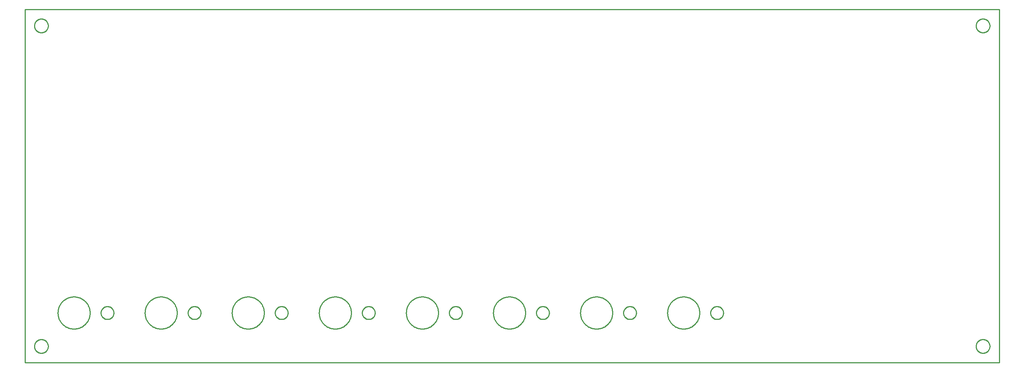
<source format=gbr>
G04 EAGLE Gerber RS-274X export*
G75*
%MOMM*%
%FSLAX34Y34*%
%LPD*%
%IN*%
%IPPOS*%
%AMOC8*
5,1,8,0,0,1.08239X$1,22.5*%
G01*
%ADD10C,0.254000*%


D10*
X0Y0D02*
X2273300Y0D01*
X2273300Y825500D01*
X0Y825500D01*
X0Y0D01*
X54100Y37576D02*
X54032Y36531D01*
X53895Y35492D01*
X53690Y34465D01*
X53419Y33453D01*
X53083Y32461D01*
X52682Y31493D01*
X52218Y30554D01*
X51695Y29646D01*
X51113Y28775D01*
X50475Y27944D01*
X49784Y27157D01*
X49043Y26416D01*
X48256Y25725D01*
X47425Y25088D01*
X46554Y24506D01*
X45646Y23982D01*
X44707Y23518D01*
X43739Y23117D01*
X42747Y22781D01*
X41735Y22510D01*
X40708Y22305D01*
X39669Y22169D01*
X38624Y22100D01*
X37576Y22100D01*
X36531Y22169D01*
X35492Y22305D01*
X34465Y22510D01*
X33453Y22781D01*
X32461Y23117D01*
X31493Y23518D01*
X30554Y23982D01*
X29646Y24506D01*
X28775Y25088D01*
X27944Y25725D01*
X27157Y26416D01*
X26416Y27157D01*
X25725Y27944D01*
X25088Y28775D01*
X24506Y29646D01*
X23982Y30554D01*
X23518Y31493D01*
X23117Y32461D01*
X22781Y33453D01*
X22510Y34465D01*
X22305Y35492D01*
X22169Y36531D01*
X22100Y37576D01*
X22100Y38624D01*
X22169Y39669D01*
X22305Y40708D01*
X22510Y41735D01*
X22781Y42747D01*
X23117Y43739D01*
X23518Y44707D01*
X23982Y45646D01*
X24506Y46554D01*
X25088Y47425D01*
X25725Y48256D01*
X26416Y49043D01*
X27157Y49784D01*
X27944Y50475D01*
X28775Y51113D01*
X29646Y51695D01*
X30554Y52218D01*
X31493Y52682D01*
X32461Y53083D01*
X33453Y53419D01*
X34465Y53690D01*
X35492Y53895D01*
X36531Y54032D01*
X37576Y54100D01*
X38624Y54100D01*
X39669Y54032D01*
X40708Y53895D01*
X41735Y53690D01*
X42747Y53419D01*
X43739Y53083D01*
X44707Y52682D01*
X45646Y52218D01*
X46554Y51695D01*
X47425Y51113D01*
X48256Y50475D01*
X49043Y49784D01*
X49784Y49043D01*
X50475Y48256D01*
X51113Y47425D01*
X51695Y46554D01*
X52218Y45646D01*
X52682Y44707D01*
X53083Y43739D01*
X53419Y42747D01*
X53690Y41735D01*
X53895Y40708D01*
X54032Y39669D01*
X54100Y38624D01*
X54100Y37576D01*
X54100Y786876D02*
X54032Y785831D01*
X53895Y784792D01*
X53690Y783765D01*
X53419Y782753D01*
X53083Y781761D01*
X52682Y780793D01*
X52218Y779854D01*
X51695Y778946D01*
X51113Y778075D01*
X50475Y777244D01*
X49784Y776457D01*
X49043Y775716D01*
X48256Y775025D01*
X47425Y774388D01*
X46554Y773806D01*
X45646Y773282D01*
X44707Y772818D01*
X43739Y772417D01*
X42747Y772081D01*
X41735Y771810D01*
X40708Y771605D01*
X39669Y771469D01*
X38624Y771400D01*
X37576Y771400D01*
X36531Y771469D01*
X35492Y771605D01*
X34465Y771810D01*
X33453Y772081D01*
X32461Y772417D01*
X31493Y772818D01*
X30554Y773282D01*
X29646Y773806D01*
X28775Y774388D01*
X27944Y775025D01*
X27157Y775716D01*
X26416Y776457D01*
X25725Y777244D01*
X25088Y778075D01*
X24506Y778946D01*
X23982Y779854D01*
X23518Y780793D01*
X23117Y781761D01*
X22781Y782753D01*
X22510Y783765D01*
X22305Y784792D01*
X22169Y785831D01*
X22100Y786876D01*
X22100Y787924D01*
X22169Y788969D01*
X22305Y790008D01*
X22510Y791035D01*
X22781Y792047D01*
X23117Y793039D01*
X23518Y794007D01*
X23982Y794946D01*
X24506Y795854D01*
X25088Y796725D01*
X25725Y797556D01*
X26416Y798343D01*
X27157Y799084D01*
X27944Y799775D01*
X28775Y800413D01*
X29646Y800995D01*
X30554Y801518D01*
X31493Y801982D01*
X32461Y802383D01*
X33453Y802719D01*
X34465Y802990D01*
X35492Y803195D01*
X36531Y803332D01*
X37576Y803400D01*
X38624Y803400D01*
X39669Y803332D01*
X40708Y803195D01*
X41735Y802990D01*
X42747Y802719D01*
X43739Y802383D01*
X44707Y801982D01*
X45646Y801518D01*
X46554Y800995D01*
X47425Y800413D01*
X48256Y799775D01*
X49043Y799084D01*
X49784Y798343D01*
X50475Y797556D01*
X51113Y796725D01*
X51695Y795854D01*
X52218Y794946D01*
X52682Y794007D01*
X53083Y793039D01*
X53419Y792047D01*
X53690Y791035D01*
X53895Y790008D01*
X54032Y788969D01*
X54100Y787924D01*
X54100Y786876D01*
X2251200Y786876D02*
X2251132Y785831D01*
X2250995Y784792D01*
X2250790Y783765D01*
X2250519Y782753D01*
X2250183Y781761D01*
X2249782Y780793D01*
X2249318Y779854D01*
X2248795Y778946D01*
X2248213Y778075D01*
X2247575Y777244D01*
X2246884Y776457D01*
X2246143Y775716D01*
X2245356Y775025D01*
X2244525Y774388D01*
X2243654Y773806D01*
X2242746Y773282D01*
X2241807Y772818D01*
X2240839Y772417D01*
X2239847Y772081D01*
X2238835Y771810D01*
X2237808Y771605D01*
X2236769Y771469D01*
X2235724Y771400D01*
X2234676Y771400D01*
X2233631Y771469D01*
X2232592Y771605D01*
X2231565Y771810D01*
X2230553Y772081D01*
X2229561Y772417D01*
X2228593Y772818D01*
X2227654Y773282D01*
X2226746Y773806D01*
X2225875Y774388D01*
X2225044Y775025D01*
X2224257Y775716D01*
X2223516Y776457D01*
X2222825Y777244D01*
X2222188Y778075D01*
X2221606Y778946D01*
X2221082Y779854D01*
X2220618Y780793D01*
X2220217Y781761D01*
X2219881Y782753D01*
X2219610Y783765D01*
X2219405Y784792D01*
X2219269Y785831D01*
X2219200Y786876D01*
X2219200Y787924D01*
X2219269Y788969D01*
X2219405Y790008D01*
X2219610Y791035D01*
X2219881Y792047D01*
X2220217Y793039D01*
X2220618Y794007D01*
X2221082Y794946D01*
X2221606Y795854D01*
X2222188Y796725D01*
X2222825Y797556D01*
X2223516Y798343D01*
X2224257Y799084D01*
X2225044Y799775D01*
X2225875Y800413D01*
X2226746Y800995D01*
X2227654Y801518D01*
X2228593Y801982D01*
X2229561Y802383D01*
X2230553Y802719D01*
X2231565Y802990D01*
X2232592Y803195D01*
X2233631Y803332D01*
X2234676Y803400D01*
X2235724Y803400D01*
X2236769Y803332D01*
X2237808Y803195D01*
X2238835Y802990D01*
X2239847Y802719D01*
X2240839Y802383D01*
X2241807Y801982D01*
X2242746Y801518D01*
X2243654Y800995D01*
X2244525Y800413D01*
X2245356Y799775D01*
X2246143Y799084D01*
X2246884Y798343D01*
X2247575Y797556D01*
X2248213Y796725D01*
X2248795Y795854D01*
X2249318Y794946D01*
X2249782Y794007D01*
X2250183Y793039D01*
X2250519Y792047D01*
X2250790Y791035D01*
X2250995Y790008D01*
X2251132Y788969D01*
X2251200Y787924D01*
X2251200Y786876D01*
X2251200Y37576D02*
X2251132Y36531D01*
X2250995Y35492D01*
X2250790Y34465D01*
X2250519Y33453D01*
X2250183Y32461D01*
X2249782Y31493D01*
X2249318Y30554D01*
X2248795Y29646D01*
X2248213Y28775D01*
X2247575Y27944D01*
X2246884Y27157D01*
X2246143Y26416D01*
X2245356Y25725D01*
X2244525Y25088D01*
X2243654Y24506D01*
X2242746Y23982D01*
X2241807Y23518D01*
X2240839Y23117D01*
X2239847Y22781D01*
X2238835Y22510D01*
X2237808Y22305D01*
X2236769Y22169D01*
X2235724Y22100D01*
X2234676Y22100D01*
X2233631Y22169D01*
X2232592Y22305D01*
X2231565Y22510D01*
X2230553Y22781D01*
X2229561Y23117D01*
X2228593Y23518D01*
X2227654Y23982D01*
X2226746Y24506D01*
X2225875Y25088D01*
X2225044Y25725D01*
X2224257Y26416D01*
X2223516Y27157D01*
X2222825Y27944D01*
X2222188Y28775D01*
X2221606Y29646D01*
X2221082Y30554D01*
X2220618Y31493D01*
X2220217Y32461D01*
X2219881Y33453D01*
X2219610Y34465D01*
X2219405Y35492D01*
X2219269Y36531D01*
X2219200Y37576D01*
X2219200Y38624D01*
X2219269Y39669D01*
X2219405Y40708D01*
X2219610Y41735D01*
X2219881Y42747D01*
X2220217Y43739D01*
X2220618Y44707D01*
X2221082Y45646D01*
X2221606Y46554D01*
X2222188Y47425D01*
X2222825Y48256D01*
X2223516Y49043D01*
X2224257Y49784D01*
X2225044Y50475D01*
X2225875Y51113D01*
X2226746Y51695D01*
X2227654Y52218D01*
X2228593Y52682D01*
X2229561Y53083D01*
X2230553Y53419D01*
X2231565Y53690D01*
X2232592Y53895D01*
X2233631Y54032D01*
X2234676Y54100D01*
X2235724Y54100D01*
X2236769Y54032D01*
X2237808Y53895D01*
X2238835Y53690D01*
X2239847Y53419D01*
X2240839Y53083D01*
X2241807Y52682D01*
X2242746Y52218D01*
X2243654Y51695D01*
X2244525Y51113D01*
X2245356Y50475D01*
X2246143Y49784D01*
X2246884Y49043D01*
X2247575Y48256D01*
X2248213Y47425D01*
X2248795Y46554D01*
X2249318Y45646D01*
X2249782Y44707D01*
X2250183Y43739D01*
X2250519Y42747D01*
X2250790Y41735D01*
X2250995Y40708D01*
X2251132Y39669D01*
X2251200Y38624D01*
X2251200Y37576D01*
X76800Y117118D02*
X76871Y118753D01*
X77014Y120383D01*
X77228Y122006D01*
X77512Y123618D01*
X77866Y125215D01*
X78290Y126796D01*
X78782Y128357D01*
X79341Y129895D01*
X79968Y131407D01*
X80659Y132890D01*
X81415Y134341D01*
X82233Y135759D01*
X83112Y137139D01*
X84051Y138479D01*
X85047Y139778D01*
X86099Y141031D01*
X87205Y142238D01*
X88362Y143395D01*
X89569Y144501D01*
X90822Y145553D01*
X92121Y146549D01*
X93461Y147488D01*
X94841Y148367D01*
X96259Y149185D01*
X97710Y149941D01*
X99193Y150632D01*
X100705Y151259D01*
X102243Y151818D01*
X103804Y152310D01*
X105385Y152734D01*
X106982Y153088D01*
X108594Y153372D01*
X110217Y153586D01*
X111847Y153729D01*
X113482Y153800D01*
X115118Y153800D01*
X116753Y153729D01*
X118383Y153586D01*
X120006Y153372D01*
X121618Y153088D01*
X123215Y152734D01*
X124796Y152310D01*
X126357Y151818D01*
X127895Y151259D01*
X129407Y150632D01*
X130890Y149941D01*
X132341Y149185D01*
X133759Y148367D01*
X135139Y147488D01*
X136479Y146549D01*
X137778Y145553D01*
X139031Y144501D01*
X140238Y143395D01*
X141395Y142238D01*
X142501Y141031D01*
X143553Y139778D01*
X144549Y138479D01*
X145488Y137139D01*
X146367Y135759D01*
X147185Y134341D01*
X147941Y132890D01*
X148632Y131407D01*
X149259Y129895D01*
X149818Y128357D01*
X150310Y126796D01*
X150734Y125215D01*
X151088Y123618D01*
X151372Y122006D01*
X151586Y120383D01*
X151729Y118753D01*
X151800Y117118D01*
X151800Y115482D01*
X151729Y113847D01*
X151586Y112217D01*
X151372Y110594D01*
X151088Y108982D01*
X150734Y107385D01*
X150310Y105804D01*
X149818Y104243D01*
X149259Y102705D01*
X148632Y101193D01*
X147941Y99710D01*
X147185Y98259D01*
X146367Y96841D01*
X145488Y95461D01*
X144549Y94121D01*
X143553Y92822D01*
X142501Y91569D01*
X141395Y90362D01*
X140238Y89205D01*
X139031Y88099D01*
X137778Y87047D01*
X136479Y86051D01*
X135139Y85112D01*
X133759Y84233D01*
X132341Y83415D01*
X130890Y82659D01*
X129407Y81968D01*
X127895Y81341D01*
X126357Y80782D01*
X124796Y80290D01*
X123215Y79866D01*
X121618Y79512D01*
X120006Y79228D01*
X118383Y79014D01*
X116753Y78871D01*
X115118Y78800D01*
X113482Y78800D01*
X111847Y78871D01*
X110217Y79014D01*
X108594Y79228D01*
X106982Y79512D01*
X105385Y79866D01*
X103804Y80290D01*
X102243Y80782D01*
X100705Y81341D01*
X99193Y81968D01*
X97710Y82659D01*
X96259Y83415D01*
X94841Y84233D01*
X93461Y85112D01*
X92121Y86051D01*
X90822Y87047D01*
X89569Y88099D01*
X88362Y89205D01*
X87205Y90362D01*
X86099Y91569D01*
X85047Y92822D01*
X84051Y94121D01*
X83112Y95461D01*
X82233Y96841D01*
X81415Y98259D01*
X80659Y99710D01*
X79968Y101193D01*
X79341Y102705D01*
X78782Y104243D01*
X78290Y105804D01*
X77866Y107385D01*
X77512Y108982D01*
X77228Y110594D01*
X77014Y112217D01*
X76871Y113847D01*
X76800Y115482D01*
X76800Y117118D01*
X177300Y116836D02*
X177376Y117904D01*
X177529Y118965D01*
X177757Y120012D01*
X178059Y121040D01*
X178433Y122044D01*
X178878Y123019D01*
X179392Y123959D01*
X179971Y124860D01*
X180613Y125718D01*
X181315Y126528D01*
X182072Y127285D01*
X182882Y127987D01*
X183740Y128629D01*
X184641Y129208D01*
X185581Y129722D01*
X186556Y130167D01*
X187560Y130541D01*
X188588Y130843D01*
X189635Y131071D01*
X190696Y131224D01*
X191764Y131300D01*
X192836Y131300D01*
X193904Y131224D01*
X194965Y131071D01*
X196012Y130843D01*
X197040Y130541D01*
X198044Y130167D01*
X199019Y129722D01*
X199959Y129208D01*
X200860Y128629D01*
X201718Y127987D01*
X202528Y127285D01*
X203285Y126528D01*
X203987Y125718D01*
X204629Y124860D01*
X205208Y123959D01*
X205722Y123019D01*
X206167Y122044D01*
X206541Y121040D01*
X206843Y120012D01*
X207071Y118965D01*
X207224Y117904D01*
X207300Y116836D01*
X207300Y115764D01*
X207224Y114696D01*
X207071Y113635D01*
X206843Y112588D01*
X206541Y111560D01*
X206167Y110556D01*
X205722Y109581D01*
X205208Y108641D01*
X204629Y107740D01*
X203987Y106882D01*
X203285Y106072D01*
X202528Y105315D01*
X201718Y104613D01*
X200860Y103971D01*
X199959Y103392D01*
X199019Y102878D01*
X198044Y102433D01*
X197040Y102059D01*
X196012Y101757D01*
X194965Y101529D01*
X193904Y101376D01*
X192836Y101300D01*
X191764Y101300D01*
X190696Y101376D01*
X189635Y101529D01*
X188588Y101757D01*
X187560Y102059D01*
X186556Y102433D01*
X185581Y102878D01*
X184641Y103392D01*
X183740Y103971D01*
X182882Y104613D01*
X182072Y105315D01*
X181315Y106072D01*
X180613Y106882D01*
X179971Y107740D01*
X179392Y108641D01*
X178878Y109581D01*
X178433Y110556D01*
X178059Y111560D01*
X177757Y112588D01*
X177529Y113635D01*
X177376Y114696D01*
X177300Y115764D01*
X177300Y116836D01*
X280000Y117118D02*
X280071Y118753D01*
X280214Y120383D01*
X280428Y122006D01*
X280712Y123618D01*
X281066Y125215D01*
X281490Y126796D01*
X281982Y128357D01*
X282541Y129895D01*
X283168Y131407D01*
X283859Y132890D01*
X284615Y134341D01*
X285433Y135759D01*
X286312Y137139D01*
X287251Y138479D01*
X288247Y139778D01*
X289299Y141031D01*
X290405Y142238D01*
X291562Y143395D01*
X292769Y144501D01*
X294022Y145553D01*
X295321Y146549D01*
X296661Y147488D01*
X298041Y148367D01*
X299459Y149185D01*
X300910Y149941D01*
X302393Y150632D01*
X303905Y151259D01*
X305443Y151818D01*
X307004Y152310D01*
X308585Y152734D01*
X310182Y153088D01*
X311794Y153372D01*
X313417Y153586D01*
X315047Y153729D01*
X316682Y153800D01*
X318318Y153800D01*
X319953Y153729D01*
X321583Y153586D01*
X323206Y153372D01*
X324818Y153088D01*
X326415Y152734D01*
X327996Y152310D01*
X329557Y151818D01*
X331095Y151259D01*
X332607Y150632D01*
X334090Y149941D01*
X335541Y149185D01*
X336959Y148367D01*
X338339Y147488D01*
X339679Y146549D01*
X340978Y145553D01*
X342231Y144501D01*
X343438Y143395D01*
X344595Y142238D01*
X345701Y141031D01*
X346753Y139778D01*
X347749Y138479D01*
X348688Y137139D01*
X349567Y135759D01*
X350385Y134341D01*
X351141Y132890D01*
X351832Y131407D01*
X352459Y129895D01*
X353018Y128357D01*
X353510Y126796D01*
X353934Y125215D01*
X354288Y123618D01*
X354572Y122006D01*
X354786Y120383D01*
X354929Y118753D01*
X355000Y117118D01*
X355000Y115482D01*
X354929Y113847D01*
X354786Y112217D01*
X354572Y110594D01*
X354288Y108982D01*
X353934Y107385D01*
X353510Y105804D01*
X353018Y104243D01*
X352459Y102705D01*
X351832Y101193D01*
X351141Y99710D01*
X350385Y98259D01*
X349567Y96841D01*
X348688Y95461D01*
X347749Y94121D01*
X346753Y92822D01*
X345701Y91569D01*
X344595Y90362D01*
X343438Y89205D01*
X342231Y88099D01*
X340978Y87047D01*
X339679Y86051D01*
X338339Y85112D01*
X336959Y84233D01*
X335541Y83415D01*
X334090Y82659D01*
X332607Y81968D01*
X331095Y81341D01*
X329557Y80782D01*
X327996Y80290D01*
X326415Y79866D01*
X324818Y79512D01*
X323206Y79228D01*
X321583Y79014D01*
X319953Y78871D01*
X318318Y78800D01*
X316682Y78800D01*
X315047Y78871D01*
X313417Y79014D01*
X311794Y79228D01*
X310182Y79512D01*
X308585Y79866D01*
X307004Y80290D01*
X305443Y80782D01*
X303905Y81341D01*
X302393Y81968D01*
X300910Y82659D01*
X299459Y83415D01*
X298041Y84233D01*
X296661Y85112D01*
X295321Y86051D01*
X294022Y87047D01*
X292769Y88099D01*
X291562Y89205D01*
X290405Y90362D01*
X289299Y91569D01*
X288247Y92822D01*
X287251Y94121D01*
X286312Y95461D01*
X285433Y96841D01*
X284615Y98259D01*
X283859Y99710D01*
X283168Y101193D01*
X282541Y102705D01*
X281982Y104243D01*
X281490Y105804D01*
X281066Y107385D01*
X280712Y108982D01*
X280428Y110594D01*
X280214Y112217D01*
X280071Y113847D01*
X280000Y115482D01*
X280000Y117118D01*
X380500Y116836D02*
X380576Y117904D01*
X380729Y118965D01*
X380957Y120012D01*
X381259Y121040D01*
X381633Y122044D01*
X382078Y123019D01*
X382592Y123959D01*
X383171Y124860D01*
X383813Y125718D01*
X384515Y126528D01*
X385272Y127285D01*
X386082Y127987D01*
X386940Y128629D01*
X387841Y129208D01*
X388781Y129722D01*
X389756Y130167D01*
X390760Y130541D01*
X391788Y130843D01*
X392835Y131071D01*
X393896Y131224D01*
X394964Y131300D01*
X396036Y131300D01*
X397104Y131224D01*
X398165Y131071D01*
X399212Y130843D01*
X400240Y130541D01*
X401244Y130167D01*
X402219Y129722D01*
X403159Y129208D01*
X404060Y128629D01*
X404918Y127987D01*
X405728Y127285D01*
X406485Y126528D01*
X407187Y125718D01*
X407829Y124860D01*
X408408Y123959D01*
X408922Y123019D01*
X409367Y122044D01*
X409741Y121040D01*
X410043Y120012D01*
X410271Y118965D01*
X410424Y117904D01*
X410500Y116836D01*
X410500Y115764D01*
X410424Y114696D01*
X410271Y113635D01*
X410043Y112588D01*
X409741Y111560D01*
X409367Y110556D01*
X408922Y109581D01*
X408408Y108641D01*
X407829Y107740D01*
X407187Y106882D01*
X406485Y106072D01*
X405728Y105315D01*
X404918Y104613D01*
X404060Y103971D01*
X403159Y103392D01*
X402219Y102878D01*
X401244Y102433D01*
X400240Y102059D01*
X399212Y101757D01*
X398165Y101529D01*
X397104Y101376D01*
X396036Y101300D01*
X394964Y101300D01*
X393896Y101376D01*
X392835Y101529D01*
X391788Y101757D01*
X390760Y102059D01*
X389756Y102433D01*
X388781Y102878D01*
X387841Y103392D01*
X386940Y103971D01*
X386082Y104613D01*
X385272Y105315D01*
X384515Y106072D01*
X383813Y106882D01*
X383171Y107740D01*
X382592Y108641D01*
X382078Y109581D01*
X381633Y110556D01*
X381259Y111560D01*
X380957Y112588D01*
X380729Y113635D01*
X380576Y114696D01*
X380500Y115764D01*
X380500Y116836D01*
X483200Y117118D02*
X483271Y118753D01*
X483414Y120383D01*
X483628Y122006D01*
X483912Y123618D01*
X484266Y125215D01*
X484690Y126796D01*
X485182Y128357D01*
X485741Y129895D01*
X486368Y131407D01*
X487059Y132890D01*
X487815Y134341D01*
X488633Y135759D01*
X489512Y137139D01*
X490451Y138479D01*
X491447Y139778D01*
X492499Y141031D01*
X493605Y142238D01*
X494762Y143395D01*
X495969Y144501D01*
X497222Y145553D01*
X498521Y146549D01*
X499861Y147488D01*
X501241Y148367D01*
X502659Y149185D01*
X504110Y149941D01*
X505593Y150632D01*
X507105Y151259D01*
X508643Y151818D01*
X510204Y152310D01*
X511785Y152734D01*
X513382Y153088D01*
X514994Y153372D01*
X516617Y153586D01*
X518247Y153729D01*
X519882Y153800D01*
X521518Y153800D01*
X523153Y153729D01*
X524783Y153586D01*
X526406Y153372D01*
X528018Y153088D01*
X529615Y152734D01*
X531196Y152310D01*
X532757Y151818D01*
X534295Y151259D01*
X535807Y150632D01*
X537290Y149941D01*
X538741Y149185D01*
X540159Y148367D01*
X541539Y147488D01*
X542879Y146549D01*
X544178Y145553D01*
X545431Y144501D01*
X546638Y143395D01*
X547795Y142238D01*
X548901Y141031D01*
X549953Y139778D01*
X550949Y138479D01*
X551888Y137139D01*
X552767Y135759D01*
X553585Y134341D01*
X554341Y132890D01*
X555032Y131407D01*
X555659Y129895D01*
X556218Y128357D01*
X556710Y126796D01*
X557134Y125215D01*
X557488Y123618D01*
X557772Y122006D01*
X557986Y120383D01*
X558129Y118753D01*
X558200Y117118D01*
X558200Y115482D01*
X558129Y113847D01*
X557986Y112217D01*
X557772Y110594D01*
X557488Y108982D01*
X557134Y107385D01*
X556710Y105804D01*
X556218Y104243D01*
X555659Y102705D01*
X555032Y101193D01*
X554341Y99710D01*
X553585Y98259D01*
X552767Y96841D01*
X551888Y95461D01*
X550949Y94121D01*
X549953Y92822D01*
X548901Y91569D01*
X547795Y90362D01*
X546638Y89205D01*
X545431Y88099D01*
X544178Y87047D01*
X542879Y86051D01*
X541539Y85112D01*
X540159Y84233D01*
X538741Y83415D01*
X537290Y82659D01*
X535807Y81968D01*
X534295Y81341D01*
X532757Y80782D01*
X531196Y80290D01*
X529615Y79866D01*
X528018Y79512D01*
X526406Y79228D01*
X524783Y79014D01*
X523153Y78871D01*
X521518Y78800D01*
X519882Y78800D01*
X518247Y78871D01*
X516617Y79014D01*
X514994Y79228D01*
X513382Y79512D01*
X511785Y79866D01*
X510204Y80290D01*
X508643Y80782D01*
X507105Y81341D01*
X505593Y81968D01*
X504110Y82659D01*
X502659Y83415D01*
X501241Y84233D01*
X499861Y85112D01*
X498521Y86051D01*
X497222Y87047D01*
X495969Y88099D01*
X494762Y89205D01*
X493605Y90362D01*
X492499Y91569D01*
X491447Y92822D01*
X490451Y94121D01*
X489512Y95461D01*
X488633Y96841D01*
X487815Y98259D01*
X487059Y99710D01*
X486368Y101193D01*
X485741Y102705D01*
X485182Y104243D01*
X484690Y105804D01*
X484266Y107385D01*
X483912Y108982D01*
X483628Y110594D01*
X483414Y112217D01*
X483271Y113847D01*
X483200Y115482D01*
X483200Y117118D01*
X583700Y116836D02*
X583776Y117904D01*
X583929Y118965D01*
X584157Y120012D01*
X584459Y121040D01*
X584833Y122044D01*
X585278Y123019D01*
X585792Y123959D01*
X586371Y124860D01*
X587013Y125718D01*
X587715Y126528D01*
X588472Y127285D01*
X589282Y127987D01*
X590140Y128629D01*
X591041Y129208D01*
X591981Y129722D01*
X592956Y130167D01*
X593960Y130541D01*
X594988Y130843D01*
X596035Y131071D01*
X597096Y131224D01*
X598164Y131300D01*
X599236Y131300D01*
X600304Y131224D01*
X601365Y131071D01*
X602412Y130843D01*
X603440Y130541D01*
X604444Y130167D01*
X605419Y129722D01*
X606359Y129208D01*
X607260Y128629D01*
X608118Y127987D01*
X608928Y127285D01*
X609685Y126528D01*
X610387Y125718D01*
X611029Y124860D01*
X611608Y123959D01*
X612122Y123019D01*
X612567Y122044D01*
X612941Y121040D01*
X613243Y120012D01*
X613471Y118965D01*
X613624Y117904D01*
X613700Y116836D01*
X613700Y115764D01*
X613624Y114696D01*
X613471Y113635D01*
X613243Y112588D01*
X612941Y111560D01*
X612567Y110556D01*
X612122Y109581D01*
X611608Y108641D01*
X611029Y107740D01*
X610387Y106882D01*
X609685Y106072D01*
X608928Y105315D01*
X608118Y104613D01*
X607260Y103971D01*
X606359Y103392D01*
X605419Y102878D01*
X604444Y102433D01*
X603440Y102059D01*
X602412Y101757D01*
X601365Y101529D01*
X600304Y101376D01*
X599236Y101300D01*
X598164Y101300D01*
X597096Y101376D01*
X596035Y101529D01*
X594988Y101757D01*
X593960Y102059D01*
X592956Y102433D01*
X591981Y102878D01*
X591041Y103392D01*
X590140Y103971D01*
X589282Y104613D01*
X588472Y105315D01*
X587715Y106072D01*
X587013Y106882D01*
X586371Y107740D01*
X585792Y108641D01*
X585278Y109581D01*
X584833Y110556D01*
X584459Y111560D01*
X584157Y112588D01*
X583929Y113635D01*
X583776Y114696D01*
X583700Y115764D01*
X583700Y116836D01*
X686400Y117118D02*
X686471Y118753D01*
X686614Y120383D01*
X686828Y122006D01*
X687112Y123618D01*
X687466Y125215D01*
X687890Y126796D01*
X688382Y128357D01*
X688941Y129895D01*
X689568Y131407D01*
X690259Y132890D01*
X691015Y134341D01*
X691833Y135759D01*
X692712Y137139D01*
X693651Y138479D01*
X694647Y139778D01*
X695699Y141031D01*
X696805Y142238D01*
X697962Y143395D01*
X699169Y144501D01*
X700422Y145553D01*
X701721Y146549D01*
X703061Y147488D01*
X704441Y148367D01*
X705859Y149185D01*
X707310Y149941D01*
X708793Y150632D01*
X710305Y151259D01*
X711843Y151818D01*
X713404Y152310D01*
X714985Y152734D01*
X716582Y153088D01*
X718194Y153372D01*
X719817Y153586D01*
X721447Y153729D01*
X723082Y153800D01*
X724718Y153800D01*
X726353Y153729D01*
X727983Y153586D01*
X729606Y153372D01*
X731218Y153088D01*
X732815Y152734D01*
X734396Y152310D01*
X735957Y151818D01*
X737495Y151259D01*
X739007Y150632D01*
X740490Y149941D01*
X741941Y149185D01*
X743359Y148367D01*
X744739Y147488D01*
X746079Y146549D01*
X747378Y145553D01*
X748631Y144501D01*
X749838Y143395D01*
X750995Y142238D01*
X752101Y141031D01*
X753153Y139778D01*
X754149Y138479D01*
X755088Y137139D01*
X755967Y135759D01*
X756785Y134341D01*
X757541Y132890D01*
X758232Y131407D01*
X758859Y129895D01*
X759418Y128357D01*
X759910Y126796D01*
X760334Y125215D01*
X760688Y123618D01*
X760972Y122006D01*
X761186Y120383D01*
X761329Y118753D01*
X761400Y117118D01*
X761400Y115482D01*
X761329Y113847D01*
X761186Y112217D01*
X760972Y110594D01*
X760688Y108982D01*
X760334Y107385D01*
X759910Y105804D01*
X759418Y104243D01*
X758859Y102705D01*
X758232Y101193D01*
X757541Y99710D01*
X756785Y98259D01*
X755967Y96841D01*
X755088Y95461D01*
X754149Y94121D01*
X753153Y92822D01*
X752101Y91569D01*
X750995Y90362D01*
X749838Y89205D01*
X748631Y88099D01*
X747378Y87047D01*
X746079Y86051D01*
X744739Y85112D01*
X743359Y84233D01*
X741941Y83415D01*
X740490Y82659D01*
X739007Y81968D01*
X737495Y81341D01*
X735957Y80782D01*
X734396Y80290D01*
X732815Y79866D01*
X731218Y79512D01*
X729606Y79228D01*
X727983Y79014D01*
X726353Y78871D01*
X724718Y78800D01*
X723082Y78800D01*
X721447Y78871D01*
X719817Y79014D01*
X718194Y79228D01*
X716582Y79512D01*
X714985Y79866D01*
X713404Y80290D01*
X711843Y80782D01*
X710305Y81341D01*
X708793Y81968D01*
X707310Y82659D01*
X705859Y83415D01*
X704441Y84233D01*
X703061Y85112D01*
X701721Y86051D01*
X700422Y87047D01*
X699169Y88099D01*
X697962Y89205D01*
X696805Y90362D01*
X695699Y91569D01*
X694647Y92822D01*
X693651Y94121D01*
X692712Y95461D01*
X691833Y96841D01*
X691015Y98259D01*
X690259Y99710D01*
X689568Y101193D01*
X688941Y102705D01*
X688382Y104243D01*
X687890Y105804D01*
X687466Y107385D01*
X687112Y108982D01*
X686828Y110594D01*
X686614Y112217D01*
X686471Y113847D01*
X686400Y115482D01*
X686400Y117118D01*
X786900Y116836D02*
X786976Y117904D01*
X787129Y118965D01*
X787357Y120012D01*
X787659Y121040D01*
X788033Y122044D01*
X788478Y123019D01*
X788992Y123959D01*
X789571Y124860D01*
X790213Y125718D01*
X790915Y126528D01*
X791672Y127285D01*
X792482Y127987D01*
X793340Y128629D01*
X794241Y129208D01*
X795181Y129722D01*
X796156Y130167D01*
X797160Y130541D01*
X798188Y130843D01*
X799235Y131071D01*
X800296Y131224D01*
X801364Y131300D01*
X802436Y131300D01*
X803504Y131224D01*
X804565Y131071D01*
X805612Y130843D01*
X806640Y130541D01*
X807644Y130167D01*
X808619Y129722D01*
X809559Y129208D01*
X810460Y128629D01*
X811318Y127987D01*
X812128Y127285D01*
X812885Y126528D01*
X813587Y125718D01*
X814229Y124860D01*
X814808Y123959D01*
X815322Y123019D01*
X815767Y122044D01*
X816141Y121040D01*
X816443Y120012D01*
X816671Y118965D01*
X816824Y117904D01*
X816900Y116836D01*
X816900Y115764D01*
X816824Y114696D01*
X816671Y113635D01*
X816443Y112588D01*
X816141Y111560D01*
X815767Y110556D01*
X815322Y109581D01*
X814808Y108641D01*
X814229Y107740D01*
X813587Y106882D01*
X812885Y106072D01*
X812128Y105315D01*
X811318Y104613D01*
X810460Y103971D01*
X809559Y103392D01*
X808619Y102878D01*
X807644Y102433D01*
X806640Y102059D01*
X805612Y101757D01*
X804565Y101529D01*
X803504Y101376D01*
X802436Y101300D01*
X801364Y101300D01*
X800296Y101376D01*
X799235Y101529D01*
X798188Y101757D01*
X797160Y102059D01*
X796156Y102433D01*
X795181Y102878D01*
X794241Y103392D01*
X793340Y103971D01*
X792482Y104613D01*
X791672Y105315D01*
X790915Y106072D01*
X790213Y106882D01*
X789571Y107740D01*
X788992Y108641D01*
X788478Y109581D01*
X788033Y110556D01*
X787659Y111560D01*
X787357Y112588D01*
X787129Y113635D01*
X786976Y114696D01*
X786900Y115764D01*
X786900Y116836D01*
X889600Y117118D02*
X889671Y118753D01*
X889814Y120383D01*
X890028Y122006D01*
X890312Y123618D01*
X890666Y125215D01*
X891090Y126796D01*
X891582Y128357D01*
X892141Y129895D01*
X892768Y131407D01*
X893459Y132890D01*
X894215Y134341D01*
X895033Y135759D01*
X895912Y137139D01*
X896851Y138479D01*
X897847Y139778D01*
X898899Y141031D01*
X900005Y142238D01*
X901162Y143395D01*
X902369Y144501D01*
X903622Y145553D01*
X904921Y146549D01*
X906261Y147488D01*
X907641Y148367D01*
X909059Y149185D01*
X910510Y149941D01*
X911993Y150632D01*
X913505Y151259D01*
X915043Y151818D01*
X916604Y152310D01*
X918185Y152734D01*
X919782Y153088D01*
X921394Y153372D01*
X923017Y153586D01*
X924647Y153729D01*
X926282Y153800D01*
X927918Y153800D01*
X929553Y153729D01*
X931183Y153586D01*
X932806Y153372D01*
X934418Y153088D01*
X936015Y152734D01*
X937596Y152310D01*
X939157Y151818D01*
X940695Y151259D01*
X942207Y150632D01*
X943690Y149941D01*
X945141Y149185D01*
X946559Y148367D01*
X947939Y147488D01*
X949279Y146549D01*
X950578Y145553D01*
X951831Y144501D01*
X953038Y143395D01*
X954195Y142238D01*
X955301Y141031D01*
X956353Y139778D01*
X957349Y138479D01*
X958288Y137139D01*
X959167Y135759D01*
X959985Y134341D01*
X960741Y132890D01*
X961432Y131407D01*
X962059Y129895D01*
X962618Y128357D01*
X963110Y126796D01*
X963534Y125215D01*
X963888Y123618D01*
X964172Y122006D01*
X964386Y120383D01*
X964529Y118753D01*
X964600Y117118D01*
X964600Y115482D01*
X964529Y113847D01*
X964386Y112217D01*
X964172Y110594D01*
X963888Y108982D01*
X963534Y107385D01*
X963110Y105804D01*
X962618Y104243D01*
X962059Y102705D01*
X961432Y101193D01*
X960741Y99710D01*
X959985Y98259D01*
X959167Y96841D01*
X958288Y95461D01*
X957349Y94121D01*
X956353Y92822D01*
X955301Y91569D01*
X954195Y90362D01*
X953038Y89205D01*
X951831Y88099D01*
X950578Y87047D01*
X949279Y86051D01*
X947939Y85112D01*
X946559Y84233D01*
X945141Y83415D01*
X943690Y82659D01*
X942207Y81968D01*
X940695Y81341D01*
X939157Y80782D01*
X937596Y80290D01*
X936015Y79866D01*
X934418Y79512D01*
X932806Y79228D01*
X931183Y79014D01*
X929553Y78871D01*
X927918Y78800D01*
X926282Y78800D01*
X924647Y78871D01*
X923017Y79014D01*
X921394Y79228D01*
X919782Y79512D01*
X918185Y79866D01*
X916604Y80290D01*
X915043Y80782D01*
X913505Y81341D01*
X911993Y81968D01*
X910510Y82659D01*
X909059Y83415D01*
X907641Y84233D01*
X906261Y85112D01*
X904921Y86051D01*
X903622Y87047D01*
X902369Y88099D01*
X901162Y89205D01*
X900005Y90362D01*
X898899Y91569D01*
X897847Y92822D01*
X896851Y94121D01*
X895912Y95461D01*
X895033Y96841D01*
X894215Y98259D01*
X893459Y99710D01*
X892768Y101193D01*
X892141Y102705D01*
X891582Y104243D01*
X891090Y105804D01*
X890666Y107385D01*
X890312Y108982D01*
X890028Y110594D01*
X889814Y112217D01*
X889671Y113847D01*
X889600Y115482D01*
X889600Y117118D01*
X990100Y116836D02*
X990176Y117904D01*
X990329Y118965D01*
X990557Y120012D01*
X990859Y121040D01*
X991233Y122044D01*
X991678Y123019D01*
X992192Y123959D01*
X992771Y124860D01*
X993413Y125718D01*
X994115Y126528D01*
X994872Y127285D01*
X995682Y127987D01*
X996540Y128629D01*
X997441Y129208D01*
X998381Y129722D01*
X999356Y130167D01*
X1000360Y130541D01*
X1001388Y130843D01*
X1002435Y131071D01*
X1003496Y131224D01*
X1004564Y131300D01*
X1005636Y131300D01*
X1006704Y131224D01*
X1007765Y131071D01*
X1008812Y130843D01*
X1009840Y130541D01*
X1010844Y130167D01*
X1011819Y129722D01*
X1012759Y129208D01*
X1013660Y128629D01*
X1014518Y127987D01*
X1015328Y127285D01*
X1016085Y126528D01*
X1016787Y125718D01*
X1017429Y124860D01*
X1018008Y123959D01*
X1018522Y123019D01*
X1018967Y122044D01*
X1019341Y121040D01*
X1019643Y120012D01*
X1019871Y118965D01*
X1020024Y117904D01*
X1020100Y116836D01*
X1020100Y115764D01*
X1020024Y114696D01*
X1019871Y113635D01*
X1019643Y112588D01*
X1019341Y111560D01*
X1018967Y110556D01*
X1018522Y109581D01*
X1018008Y108641D01*
X1017429Y107740D01*
X1016787Y106882D01*
X1016085Y106072D01*
X1015328Y105315D01*
X1014518Y104613D01*
X1013660Y103971D01*
X1012759Y103392D01*
X1011819Y102878D01*
X1010844Y102433D01*
X1009840Y102059D01*
X1008812Y101757D01*
X1007765Y101529D01*
X1006704Y101376D01*
X1005636Y101300D01*
X1004564Y101300D01*
X1003496Y101376D01*
X1002435Y101529D01*
X1001388Y101757D01*
X1000360Y102059D01*
X999356Y102433D01*
X998381Y102878D01*
X997441Y103392D01*
X996540Y103971D01*
X995682Y104613D01*
X994872Y105315D01*
X994115Y106072D01*
X993413Y106882D01*
X992771Y107740D01*
X992192Y108641D01*
X991678Y109581D01*
X991233Y110556D01*
X990859Y111560D01*
X990557Y112588D01*
X990329Y113635D01*
X990176Y114696D01*
X990100Y115764D01*
X990100Y116836D01*
X1092800Y117118D02*
X1092871Y118753D01*
X1093014Y120383D01*
X1093228Y122006D01*
X1093512Y123618D01*
X1093866Y125215D01*
X1094290Y126796D01*
X1094782Y128357D01*
X1095341Y129895D01*
X1095968Y131407D01*
X1096659Y132890D01*
X1097415Y134341D01*
X1098233Y135759D01*
X1099112Y137139D01*
X1100051Y138479D01*
X1101047Y139778D01*
X1102099Y141031D01*
X1103205Y142238D01*
X1104362Y143395D01*
X1105569Y144501D01*
X1106822Y145553D01*
X1108121Y146549D01*
X1109461Y147488D01*
X1110841Y148367D01*
X1112259Y149185D01*
X1113710Y149941D01*
X1115193Y150632D01*
X1116705Y151259D01*
X1118243Y151818D01*
X1119804Y152310D01*
X1121385Y152734D01*
X1122982Y153088D01*
X1124594Y153372D01*
X1126217Y153586D01*
X1127847Y153729D01*
X1129482Y153800D01*
X1131118Y153800D01*
X1132753Y153729D01*
X1134383Y153586D01*
X1136006Y153372D01*
X1137618Y153088D01*
X1139215Y152734D01*
X1140796Y152310D01*
X1142357Y151818D01*
X1143895Y151259D01*
X1145407Y150632D01*
X1146890Y149941D01*
X1148341Y149185D01*
X1149759Y148367D01*
X1151139Y147488D01*
X1152479Y146549D01*
X1153778Y145553D01*
X1155031Y144501D01*
X1156238Y143395D01*
X1157395Y142238D01*
X1158501Y141031D01*
X1159553Y139778D01*
X1160549Y138479D01*
X1161488Y137139D01*
X1162367Y135759D01*
X1163185Y134341D01*
X1163941Y132890D01*
X1164632Y131407D01*
X1165259Y129895D01*
X1165818Y128357D01*
X1166310Y126796D01*
X1166734Y125215D01*
X1167088Y123618D01*
X1167372Y122006D01*
X1167586Y120383D01*
X1167729Y118753D01*
X1167800Y117118D01*
X1167800Y115482D01*
X1167729Y113847D01*
X1167586Y112217D01*
X1167372Y110594D01*
X1167088Y108982D01*
X1166734Y107385D01*
X1166310Y105804D01*
X1165818Y104243D01*
X1165259Y102705D01*
X1164632Y101193D01*
X1163941Y99710D01*
X1163185Y98259D01*
X1162367Y96841D01*
X1161488Y95461D01*
X1160549Y94121D01*
X1159553Y92822D01*
X1158501Y91569D01*
X1157395Y90362D01*
X1156238Y89205D01*
X1155031Y88099D01*
X1153778Y87047D01*
X1152479Y86051D01*
X1151139Y85112D01*
X1149759Y84233D01*
X1148341Y83415D01*
X1146890Y82659D01*
X1145407Y81968D01*
X1143895Y81341D01*
X1142357Y80782D01*
X1140796Y80290D01*
X1139215Y79866D01*
X1137618Y79512D01*
X1136006Y79228D01*
X1134383Y79014D01*
X1132753Y78871D01*
X1131118Y78800D01*
X1129482Y78800D01*
X1127847Y78871D01*
X1126217Y79014D01*
X1124594Y79228D01*
X1122982Y79512D01*
X1121385Y79866D01*
X1119804Y80290D01*
X1118243Y80782D01*
X1116705Y81341D01*
X1115193Y81968D01*
X1113710Y82659D01*
X1112259Y83415D01*
X1110841Y84233D01*
X1109461Y85112D01*
X1108121Y86051D01*
X1106822Y87047D01*
X1105569Y88099D01*
X1104362Y89205D01*
X1103205Y90362D01*
X1102099Y91569D01*
X1101047Y92822D01*
X1100051Y94121D01*
X1099112Y95461D01*
X1098233Y96841D01*
X1097415Y98259D01*
X1096659Y99710D01*
X1095968Y101193D01*
X1095341Y102705D01*
X1094782Y104243D01*
X1094290Y105804D01*
X1093866Y107385D01*
X1093512Y108982D01*
X1093228Y110594D01*
X1093014Y112217D01*
X1092871Y113847D01*
X1092800Y115482D01*
X1092800Y117118D01*
X1193300Y116836D02*
X1193376Y117904D01*
X1193529Y118965D01*
X1193757Y120012D01*
X1194059Y121040D01*
X1194433Y122044D01*
X1194878Y123019D01*
X1195392Y123959D01*
X1195971Y124860D01*
X1196613Y125718D01*
X1197315Y126528D01*
X1198072Y127285D01*
X1198882Y127987D01*
X1199740Y128629D01*
X1200641Y129208D01*
X1201581Y129722D01*
X1202556Y130167D01*
X1203560Y130541D01*
X1204588Y130843D01*
X1205635Y131071D01*
X1206696Y131224D01*
X1207764Y131300D01*
X1208836Y131300D01*
X1209904Y131224D01*
X1210965Y131071D01*
X1212012Y130843D01*
X1213040Y130541D01*
X1214044Y130167D01*
X1215019Y129722D01*
X1215959Y129208D01*
X1216860Y128629D01*
X1217718Y127987D01*
X1218528Y127285D01*
X1219285Y126528D01*
X1219987Y125718D01*
X1220629Y124860D01*
X1221208Y123959D01*
X1221722Y123019D01*
X1222167Y122044D01*
X1222541Y121040D01*
X1222843Y120012D01*
X1223071Y118965D01*
X1223224Y117904D01*
X1223300Y116836D01*
X1223300Y115764D01*
X1223224Y114696D01*
X1223071Y113635D01*
X1222843Y112588D01*
X1222541Y111560D01*
X1222167Y110556D01*
X1221722Y109581D01*
X1221208Y108641D01*
X1220629Y107740D01*
X1219987Y106882D01*
X1219285Y106072D01*
X1218528Y105315D01*
X1217718Y104613D01*
X1216860Y103971D01*
X1215959Y103392D01*
X1215019Y102878D01*
X1214044Y102433D01*
X1213040Y102059D01*
X1212012Y101757D01*
X1210965Y101529D01*
X1209904Y101376D01*
X1208836Y101300D01*
X1207764Y101300D01*
X1206696Y101376D01*
X1205635Y101529D01*
X1204588Y101757D01*
X1203560Y102059D01*
X1202556Y102433D01*
X1201581Y102878D01*
X1200641Y103392D01*
X1199740Y103971D01*
X1198882Y104613D01*
X1198072Y105315D01*
X1197315Y106072D01*
X1196613Y106882D01*
X1195971Y107740D01*
X1195392Y108641D01*
X1194878Y109581D01*
X1194433Y110556D01*
X1194059Y111560D01*
X1193757Y112588D01*
X1193529Y113635D01*
X1193376Y114696D01*
X1193300Y115764D01*
X1193300Y116836D01*
X1296000Y117118D02*
X1296071Y118753D01*
X1296214Y120383D01*
X1296428Y122006D01*
X1296712Y123618D01*
X1297066Y125215D01*
X1297490Y126796D01*
X1297982Y128357D01*
X1298541Y129895D01*
X1299168Y131407D01*
X1299859Y132890D01*
X1300615Y134341D01*
X1301433Y135759D01*
X1302312Y137139D01*
X1303251Y138479D01*
X1304247Y139778D01*
X1305299Y141031D01*
X1306405Y142238D01*
X1307562Y143395D01*
X1308769Y144501D01*
X1310022Y145553D01*
X1311321Y146549D01*
X1312661Y147488D01*
X1314041Y148367D01*
X1315459Y149185D01*
X1316910Y149941D01*
X1318393Y150632D01*
X1319905Y151259D01*
X1321443Y151818D01*
X1323004Y152310D01*
X1324585Y152734D01*
X1326182Y153088D01*
X1327794Y153372D01*
X1329417Y153586D01*
X1331047Y153729D01*
X1332682Y153800D01*
X1334318Y153800D01*
X1335953Y153729D01*
X1337583Y153586D01*
X1339206Y153372D01*
X1340818Y153088D01*
X1342415Y152734D01*
X1343996Y152310D01*
X1345557Y151818D01*
X1347095Y151259D01*
X1348607Y150632D01*
X1350090Y149941D01*
X1351541Y149185D01*
X1352959Y148367D01*
X1354339Y147488D01*
X1355679Y146549D01*
X1356978Y145553D01*
X1358231Y144501D01*
X1359438Y143395D01*
X1360595Y142238D01*
X1361701Y141031D01*
X1362753Y139778D01*
X1363749Y138479D01*
X1364688Y137139D01*
X1365567Y135759D01*
X1366385Y134341D01*
X1367141Y132890D01*
X1367832Y131407D01*
X1368459Y129895D01*
X1369018Y128357D01*
X1369510Y126796D01*
X1369934Y125215D01*
X1370288Y123618D01*
X1370572Y122006D01*
X1370786Y120383D01*
X1370929Y118753D01*
X1371000Y117118D01*
X1371000Y115482D01*
X1370929Y113847D01*
X1370786Y112217D01*
X1370572Y110594D01*
X1370288Y108982D01*
X1369934Y107385D01*
X1369510Y105804D01*
X1369018Y104243D01*
X1368459Y102705D01*
X1367832Y101193D01*
X1367141Y99710D01*
X1366385Y98259D01*
X1365567Y96841D01*
X1364688Y95461D01*
X1363749Y94121D01*
X1362753Y92822D01*
X1361701Y91569D01*
X1360595Y90362D01*
X1359438Y89205D01*
X1358231Y88099D01*
X1356978Y87047D01*
X1355679Y86051D01*
X1354339Y85112D01*
X1352959Y84233D01*
X1351541Y83415D01*
X1350090Y82659D01*
X1348607Y81968D01*
X1347095Y81341D01*
X1345557Y80782D01*
X1343996Y80290D01*
X1342415Y79866D01*
X1340818Y79512D01*
X1339206Y79228D01*
X1337583Y79014D01*
X1335953Y78871D01*
X1334318Y78800D01*
X1332682Y78800D01*
X1331047Y78871D01*
X1329417Y79014D01*
X1327794Y79228D01*
X1326182Y79512D01*
X1324585Y79866D01*
X1323004Y80290D01*
X1321443Y80782D01*
X1319905Y81341D01*
X1318393Y81968D01*
X1316910Y82659D01*
X1315459Y83415D01*
X1314041Y84233D01*
X1312661Y85112D01*
X1311321Y86051D01*
X1310022Y87047D01*
X1308769Y88099D01*
X1307562Y89205D01*
X1306405Y90362D01*
X1305299Y91569D01*
X1304247Y92822D01*
X1303251Y94121D01*
X1302312Y95461D01*
X1301433Y96841D01*
X1300615Y98259D01*
X1299859Y99710D01*
X1299168Y101193D01*
X1298541Y102705D01*
X1297982Y104243D01*
X1297490Y105804D01*
X1297066Y107385D01*
X1296712Y108982D01*
X1296428Y110594D01*
X1296214Y112217D01*
X1296071Y113847D01*
X1296000Y115482D01*
X1296000Y117118D01*
X1396500Y116836D02*
X1396576Y117904D01*
X1396729Y118965D01*
X1396957Y120012D01*
X1397259Y121040D01*
X1397633Y122044D01*
X1398078Y123019D01*
X1398592Y123959D01*
X1399171Y124860D01*
X1399813Y125718D01*
X1400515Y126528D01*
X1401272Y127285D01*
X1402082Y127987D01*
X1402940Y128629D01*
X1403841Y129208D01*
X1404781Y129722D01*
X1405756Y130167D01*
X1406760Y130541D01*
X1407788Y130843D01*
X1408835Y131071D01*
X1409896Y131224D01*
X1410964Y131300D01*
X1412036Y131300D01*
X1413104Y131224D01*
X1414165Y131071D01*
X1415212Y130843D01*
X1416240Y130541D01*
X1417244Y130167D01*
X1418219Y129722D01*
X1419159Y129208D01*
X1420060Y128629D01*
X1420918Y127987D01*
X1421728Y127285D01*
X1422485Y126528D01*
X1423187Y125718D01*
X1423829Y124860D01*
X1424408Y123959D01*
X1424922Y123019D01*
X1425367Y122044D01*
X1425741Y121040D01*
X1426043Y120012D01*
X1426271Y118965D01*
X1426424Y117904D01*
X1426500Y116836D01*
X1426500Y115764D01*
X1426424Y114696D01*
X1426271Y113635D01*
X1426043Y112588D01*
X1425741Y111560D01*
X1425367Y110556D01*
X1424922Y109581D01*
X1424408Y108641D01*
X1423829Y107740D01*
X1423187Y106882D01*
X1422485Y106072D01*
X1421728Y105315D01*
X1420918Y104613D01*
X1420060Y103971D01*
X1419159Y103392D01*
X1418219Y102878D01*
X1417244Y102433D01*
X1416240Y102059D01*
X1415212Y101757D01*
X1414165Y101529D01*
X1413104Y101376D01*
X1412036Y101300D01*
X1410964Y101300D01*
X1409896Y101376D01*
X1408835Y101529D01*
X1407788Y101757D01*
X1406760Y102059D01*
X1405756Y102433D01*
X1404781Y102878D01*
X1403841Y103392D01*
X1402940Y103971D01*
X1402082Y104613D01*
X1401272Y105315D01*
X1400515Y106072D01*
X1399813Y106882D01*
X1399171Y107740D01*
X1398592Y108641D01*
X1398078Y109581D01*
X1397633Y110556D01*
X1397259Y111560D01*
X1396957Y112588D01*
X1396729Y113635D01*
X1396576Y114696D01*
X1396500Y115764D01*
X1396500Y116836D01*
X1499200Y117118D02*
X1499271Y118753D01*
X1499414Y120383D01*
X1499628Y122006D01*
X1499912Y123618D01*
X1500266Y125215D01*
X1500690Y126796D01*
X1501182Y128357D01*
X1501741Y129895D01*
X1502368Y131407D01*
X1503059Y132890D01*
X1503815Y134341D01*
X1504633Y135759D01*
X1505512Y137139D01*
X1506451Y138479D01*
X1507447Y139778D01*
X1508499Y141031D01*
X1509605Y142238D01*
X1510762Y143395D01*
X1511969Y144501D01*
X1513222Y145553D01*
X1514521Y146549D01*
X1515861Y147488D01*
X1517241Y148367D01*
X1518659Y149185D01*
X1520110Y149941D01*
X1521593Y150632D01*
X1523105Y151259D01*
X1524643Y151818D01*
X1526204Y152310D01*
X1527785Y152734D01*
X1529382Y153088D01*
X1530994Y153372D01*
X1532617Y153586D01*
X1534247Y153729D01*
X1535882Y153800D01*
X1537518Y153800D01*
X1539153Y153729D01*
X1540783Y153586D01*
X1542406Y153372D01*
X1544018Y153088D01*
X1545615Y152734D01*
X1547196Y152310D01*
X1548757Y151818D01*
X1550295Y151259D01*
X1551807Y150632D01*
X1553290Y149941D01*
X1554741Y149185D01*
X1556159Y148367D01*
X1557539Y147488D01*
X1558879Y146549D01*
X1560178Y145553D01*
X1561431Y144501D01*
X1562638Y143395D01*
X1563795Y142238D01*
X1564901Y141031D01*
X1565953Y139778D01*
X1566949Y138479D01*
X1567888Y137139D01*
X1568767Y135759D01*
X1569585Y134341D01*
X1570341Y132890D01*
X1571032Y131407D01*
X1571659Y129895D01*
X1572218Y128357D01*
X1572710Y126796D01*
X1573134Y125215D01*
X1573488Y123618D01*
X1573772Y122006D01*
X1573986Y120383D01*
X1574129Y118753D01*
X1574200Y117118D01*
X1574200Y115482D01*
X1574129Y113847D01*
X1573986Y112217D01*
X1573772Y110594D01*
X1573488Y108982D01*
X1573134Y107385D01*
X1572710Y105804D01*
X1572218Y104243D01*
X1571659Y102705D01*
X1571032Y101193D01*
X1570341Y99710D01*
X1569585Y98259D01*
X1568767Y96841D01*
X1567888Y95461D01*
X1566949Y94121D01*
X1565953Y92822D01*
X1564901Y91569D01*
X1563795Y90362D01*
X1562638Y89205D01*
X1561431Y88099D01*
X1560178Y87047D01*
X1558879Y86051D01*
X1557539Y85112D01*
X1556159Y84233D01*
X1554741Y83415D01*
X1553290Y82659D01*
X1551807Y81968D01*
X1550295Y81341D01*
X1548757Y80782D01*
X1547196Y80290D01*
X1545615Y79866D01*
X1544018Y79512D01*
X1542406Y79228D01*
X1540783Y79014D01*
X1539153Y78871D01*
X1537518Y78800D01*
X1535882Y78800D01*
X1534247Y78871D01*
X1532617Y79014D01*
X1530994Y79228D01*
X1529382Y79512D01*
X1527785Y79866D01*
X1526204Y80290D01*
X1524643Y80782D01*
X1523105Y81341D01*
X1521593Y81968D01*
X1520110Y82659D01*
X1518659Y83415D01*
X1517241Y84233D01*
X1515861Y85112D01*
X1514521Y86051D01*
X1513222Y87047D01*
X1511969Y88099D01*
X1510762Y89205D01*
X1509605Y90362D01*
X1508499Y91569D01*
X1507447Y92822D01*
X1506451Y94121D01*
X1505512Y95461D01*
X1504633Y96841D01*
X1503815Y98259D01*
X1503059Y99710D01*
X1502368Y101193D01*
X1501741Y102705D01*
X1501182Y104243D01*
X1500690Y105804D01*
X1500266Y107385D01*
X1499912Y108982D01*
X1499628Y110594D01*
X1499414Y112217D01*
X1499271Y113847D01*
X1499200Y115482D01*
X1499200Y117118D01*
X1599700Y116836D02*
X1599776Y117904D01*
X1599929Y118965D01*
X1600157Y120012D01*
X1600459Y121040D01*
X1600833Y122044D01*
X1601278Y123019D01*
X1601792Y123959D01*
X1602371Y124860D01*
X1603013Y125718D01*
X1603715Y126528D01*
X1604472Y127285D01*
X1605282Y127987D01*
X1606140Y128629D01*
X1607041Y129208D01*
X1607981Y129722D01*
X1608956Y130167D01*
X1609960Y130541D01*
X1610988Y130843D01*
X1612035Y131071D01*
X1613096Y131224D01*
X1614164Y131300D01*
X1615236Y131300D01*
X1616304Y131224D01*
X1617365Y131071D01*
X1618412Y130843D01*
X1619440Y130541D01*
X1620444Y130167D01*
X1621419Y129722D01*
X1622359Y129208D01*
X1623260Y128629D01*
X1624118Y127987D01*
X1624928Y127285D01*
X1625685Y126528D01*
X1626387Y125718D01*
X1627029Y124860D01*
X1627608Y123959D01*
X1628122Y123019D01*
X1628567Y122044D01*
X1628941Y121040D01*
X1629243Y120012D01*
X1629471Y118965D01*
X1629624Y117904D01*
X1629700Y116836D01*
X1629700Y115764D01*
X1629624Y114696D01*
X1629471Y113635D01*
X1629243Y112588D01*
X1628941Y111560D01*
X1628567Y110556D01*
X1628122Y109581D01*
X1627608Y108641D01*
X1627029Y107740D01*
X1626387Y106882D01*
X1625685Y106072D01*
X1624928Y105315D01*
X1624118Y104613D01*
X1623260Y103971D01*
X1622359Y103392D01*
X1621419Y102878D01*
X1620444Y102433D01*
X1619440Y102059D01*
X1618412Y101757D01*
X1617365Y101529D01*
X1616304Y101376D01*
X1615236Y101300D01*
X1614164Y101300D01*
X1613096Y101376D01*
X1612035Y101529D01*
X1610988Y101757D01*
X1609960Y102059D01*
X1608956Y102433D01*
X1607981Y102878D01*
X1607041Y103392D01*
X1606140Y103971D01*
X1605282Y104613D01*
X1604472Y105315D01*
X1603715Y106072D01*
X1603013Y106882D01*
X1602371Y107740D01*
X1601792Y108641D01*
X1601278Y109581D01*
X1600833Y110556D01*
X1600459Y111560D01*
X1600157Y112588D01*
X1599929Y113635D01*
X1599776Y114696D01*
X1599700Y115764D01*
X1599700Y116836D01*
M02*

</source>
